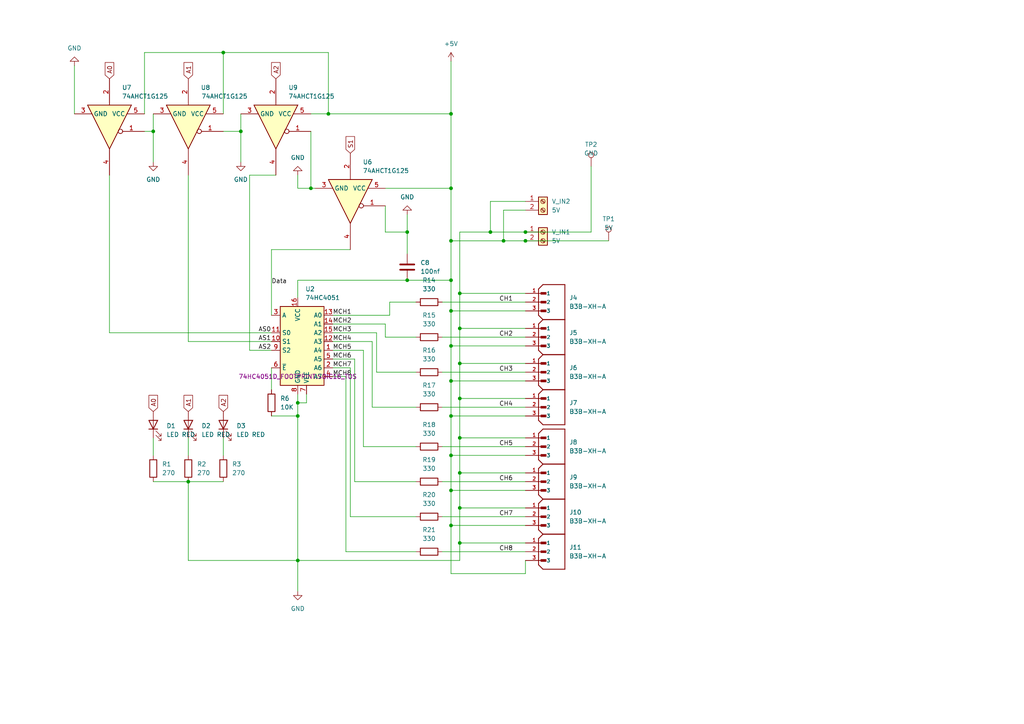
<source format=kicad_sch>
(kicad_sch (version 20230121) (generator eeschema)
  (paper "A4")
  (lib_symbols
    (symbol "74xGxx:74AHCT1G125"
      (property "Reference" "U" (at -2.54 3.81 0))
      (property "Value" "74AHCT1G125" (at 0 -3.81 0))
      (symbol "74AHCT1G125_0_1"
        (polyline (pts (xy -7.62 6.35) (xy -7.62 -6.35) (xy 5.08 0) (xy -7.62 6.35)) (stroke (width 0.254)) (fill (type background)))
      )
      (symbol "74AHCT1G125_1_1"
        (pin input inverted (at 0 10.16 270) (length 7.62) (name "~") (number "1"))
        (pin input line (at -15.24 0 0) (length 7.62) (name "~") (number "2"))
        (pin power_in line (at -5.08 -10.16 90) (length 5.08) (name "GND") (number "3"))
        (pin tri_state line (at 12.7 0 180) (length 7.62) (name "~") (number "4"))
        (pin power_in line (at -5.08 10.16 270) (length 5.08) (name "VCC") (number "5"))
      )
    )
    (symbol "74xx:74HC4051"
      (property "Reference" "U" (at -5.08 11.43 0))
      (property "Value" "74HC4051" (at -7.62 -13.97 0))
      (symbol "74HC4051_0_1"
        (rectangle (start -5.08 10.16) (end 7.62 -12.7) (stroke (width 0.254)) (fill (type background)))
      )
      (symbol "74HC4051_1_1"
        (pin passive line (at 10.16 -2.54 180) (length 2.54) (name "A4") (number "1"))
        (pin input line (at -7.62 0 0) (length 2.54) (name "S1") (number "10"))
        (pin input line (at -7.62 2.54 0) (length 2.54) (name "S0") (number "11"))
        (pin passive line (at 10.16 0 180) (length 2.54) (name "A3") (number "12"))
        (pin passive line (at 10.16 7.62 180) (length 2.54) (name "A0") (number "13"))
        (pin passive line (at 10.16 5.08 180) (length 2.54) (name "A1") (number "14"))
        (pin passive line (at 10.16 2.54 180) (length 2.54) (name "A2") (number "15"))
        (pin power_in line (at 0 12.7 270) (length 2.54) (name "VCC") (number "16"))
        (pin passive line (at 10.16 -7.62 180) (length 2.54) (name "A6") (number "2"))
        (pin passive line (at -7.62 7.62 0) (length 2.54) (name "A") (number "3"))
        (pin passive line (at 10.16 -10.16 180) (length 2.54) (name "A7") (number "4"))
        (pin passive line (at 10.16 -5.08 180) (length 2.54) (name "A5") (number "5"))
        (pin input line (at -7.62 -7.62 0) (length 2.54) (name "~{E}") (number "6"))
        (pin power_in line (at 2.54 -15.24 90) (length 2.54) (name "VEE") (number "7"))
        (pin power_in line (at 0 -15.24 90) (length 2.54) (name "GND") (number "8"))
        (pin input line (at -7.62 -2.54 0) (length 2.54) (name "S2") (number "9"))
      )
    )
    (symbol "Connector:B3B-XH-A" (pin_names (offset 1.016))
      (property "Reference" "J" (at -2.54 6.35 0))
      (property "Value" "B3B-XH-A" (at -2.54 -7.62 0))
      (symbol "B3B-XH-A_0_0"
        (rectangle (start -3.175 -2.8575) (end -1.5875 -2.2225) (stroke (width 0.1)) (fill (type outline)))
        (rectangle (start -3.175 -0.3175) (end -1.5875 0.3175) (stroke (width 0.1)) (fill (type outline)))
        (rectangle (start -3.175 2.2225) (end -1.5875 2.8575) (stroke (width 0.1)) (fill (type outline)))
        (polyline (pts (xy -3.81 -3.81) (xy -2.54 -5.08)) (stroke (width 0.254)))
        (polyline (pts (xy -3.81 3.81) (xy -3.81 -3.81)) (stroke (width 0.254)))
        (polyline (pts (xy -3.81 3.81) (xy -2.54 5.08)) (stroke (width 0.254)))
        (polyline (pts (xy -2.54 -5.08) (xy 3.81 -5.08)) (stroke (width 0.254)))
        (polyline (pts (xy 3.81 -5.08) (xy 3.81 5.08)) (stroke (width 0.254)))
        (polyline (pts (xy 3.81 5.08) (xy -2.54 5.08)) (stroke (width 0.254)))
        (pin passive line (at -7.62 2.54 0) (length 5.08) (name "1") (number "1"))
        (pin passive line (at -7.62 0 0) (length 5.08) (name "2") (number "2"))
        (pin passive line (at -7.62 -2.54 0) (length 5.08) (name "3") (number "3"))
      )
    )
    (symbol "Connector:Screw_Terminal_01x02" (pin_names (offset 1.016) hide)
      (property "Reference" "J" (at 0 2.54 0))
      (property "Value" "Screw_Terminal_01x02" (at 0 -5.08 0))
      (symbol "Screw_Terminal_01x02_1_1"
        (rectangle (start -1.27 1.27) (end 1.27 -3.81) (stroke (width 0.254)) (fill (type background)))
        (circle (center 0 -2.54) (radius 0.635) (stroke (width 0.1524)))
        (polyline (pts (xy -0.5334 -2.2098) (xy 0.3302 -3.048)) (stroke (width 0.1524)))
        (polyline (pts (xy -0.5334 0.3302) (xy 0.3302 -0.508)) (stroke (width 0.1524)))
        (polyline (pts (xy -0.3556 -2.032) (xy 0.508 -2.8702)) (stroke (width 0.1524)))
        (polyline (pts (xy -0.3556 0.508) (xy 0.508 -0.3302)) (stroke (width 0.1524)))
        (circle (center 0 0) (radius 0.635) (stroke (width 0.1524)))
        (pin passive line (at -5.08 0 0) (length 3.81) (name "Pin_1") (number "1"))
        (pin passive line (at -5.08 -2.54 0) (length 3.81) (name "Pin_2") (number "2"))
      )
    )
    (symbol "Connector:TestPoint" (pin_numbers hide) (pin_names (offset 0.762) hide)
      (property "Reference" "TP" (at 0 6.858 0))
      (property "Value" "TestPoint" (at 0 5.08 0))
      (symbol "TestPoint_0_1"
        (circle (center 0 3.302) (radius 0.762))
      )
      (symbol "TestPoint_1_1"
        (pin passive line (at 0 0 90) (length 2.54) (name "1") (number "1"))
      )
    )
    (symbol "Device:C" (pin_numbers hide) (pin_names (offset 0.254))
      (property "Reference" "C" (at 0.635 2.54 0))
      (property "Value" "C" (at 0.635 -2.54 0))
      (symbol "C_0_1"
        (polyline (pts (xy -2.032 -0.762) (xy 2.032 -0.762)) (stroke (width 0.508)))
        (polyline (pts (xy -2.032 0.762) (xy 2.032 0.762)) (stroke (width 0.508)))
      )
      (symbol "C_1_1"
        (pin passive line (at 0 3.81 270) (length 2.794) (name "~") (number "1"))
        (pin passive line (at 0 -3.81 90) (length 2.794) (name "~") (number "2"))
      )
    )
    (symbol "Device:LED" (pin_numbers hide) (pin_names (offset 1.016) hide)
      (property "Reference" "D" (at 0 2.54 0))
      (property "Value" "LED" (at 0 -2.54 0))
      (symbol "LED_0_1"
        (polyline (pts (xy -1.27 -1.27) (xy -1.27 1.27)) (stroke (width 0.254)))
        (polyline (pts (xy -1.27 0) (xy 1.27 0)))
        (polyline (pts (xy 1.27 -1.27) (xy 1.27 1.27) (xy -1.27 0) (xy 1.27 -1.27)) (stroke (width 0.254)))
        (polyline (pts (xy -3.048 -0.762) (xy -4.572 -2.286) (xy -3.81 -2.286) (xy -4.572 -2.286) (xy -4.572 -1.524)))
        (polyline (pts (xy -1.778 -0.762) (xy -3.302 -2.286) (xy -2.54 -2.286) (xy -3.302 -2.286) (xy -3.302 -1.524)))
      )
      (symbol "LED_1_1"
        (pin passive line (at -3.81 0 0) (length 2.54) (name "K") (number "1"))
        (pin passive line (at 3.81 0 180) (length 2.54) (name "A") (number "2"))
      )
    )
    (symbol "Device:R" (pin_numbers hide) (pin_names (offset 0))
      (property "Reference" "R" (at 2.032 0 90))
      (property "Value" "R" (at 0 0 90))
      (symbol "R_0_1"
        (rectangle (start -1.016 -2.54) (end 1.016 2.54) (stroke (width 0.254)))
      )
      (symbol "R_1_1"
        (pin passive line (at 0 3.81 270) (length 1.27) (name "~") (number "1"))
        (pin passive line (at 0 -3.81 90) (length 1.27) (name "~") (number "2"))
      )
    )
    (symbol "power:+5V" (power) (pin_names (offset 0))
      (property "Value" "+5V" (at 0 3.556 0))
      (symbol "+5V_0_1"
        (polyline (pts (xy -0.762 1.27) (xy 0 2.54)))
        (polyline (pts (xy 0 0) (xy 0 2.54)))
        (polyline (pts (xy 0 2.54) (xy 0.762 1.27)))
      )
      (symbol "+5V_1_1"
        (pin power_in line (at 0 0 90) (length 0) hide (name "+5V") (number "1"))
      )
    )
    (symbol "power:GND" (power) (pin_names (offset 0))
      (property "Value" "GND" (at 0 -3.81 0))
      (symbol "GND_0_1"
        (polyline (pts (xy 0 0) (xy 0 -1.27) (xy 1.27 -1.27) (xy 0 -2.54) (xy -1.27 -1.27) (xy 0 -1.27)))
      )
      (symbol "GND_1_1"
        (pin power_in line (at 0 0 270) (length 0) hide (name "GND") (number "1"))
      )
    )
  )
  (junction (at 130.81 33.02))
  (junction (at 95.25 33.02))
  (junction (at 152.4 67.31))
  (junction (at 152.4 69.85))
  (junction (at 133.35 115.57))
  (junction (at 133.35 157.48))
  (junction (at 130.81 90.17))
  (junction (at 130.81 110.49))
  (junction (at 133.35 85.09))
  (junction (at 133.35 127))
  (junction (at 130.81 69.85))
  (junction (at 133.35 95.25))
  (junction (at 86.36 162.56))
  (junction (at 86.36 120.65))
  (junction (at 130.81 100.33))
  (junction (at 90.17 54.61))
  (junction (at 133.35 105.41))
  (junction (at 130.81 142.24))
  (junction (at 142.24 67.31))
  (junction (at 118.11 81.28))
  (junction (at 54.61 139.7))
  (junction (at 130.81 120.65))
  (junction (at 64.77 15.24))
  (junction (at 133.35 137.16))
  (junction (at 130.81 81.28))
  (junction (at 44.45 38.1))
  (junction (at 118.11 67.31))
  (junction (at 130.81 54.61))
  (junction (at 133.35 147.32))
  (junction (at 146.05 69.85))
  (junction (at 130.81 152.4))
  (junction (at 130.81 132.08))
  (junction (at 86.36 116.84))
  (junction (at 69.85 38.1))
  (wire (pts (xy 118.11 67.31) (xy 118.11 73.66)))
  (wire (pts (xy 133.35 137.16) (xy 133.35 147.32)))
  (wire (pts (xy 86.36 120.65) (xy 86.36 162.56)))
  (wire (pts (xy 113.03 91.44) (xy 113.03 87.63)))
  (wire (pts (xy 128.27 129.54) (xy 152.4 129.54)))
  (wire (pts (xy 130.81 142.24) (xy 130.81 152.4)))
  (wire (pts (xy 152.4 58.42) (xy 142.24 58.42)))
  (wire (pts (xy 64.77 15.24) (xy 64.77 33.02)))
  (wire (pts (xy 102.87 104.14) (xy 102.87 139.7)))
  (wire (pts (xy 86.36 81.28) (xy 118.11 81.28)))
  (wire (pts (xy 130.81 132.08) (xy 130.81 142.24)))
  (wire (pts (xy 54.61 127) (xy 54.61 132.08)))
  (wire (pts (xy 118.11 62.23) (xy 118.11 67.31)))
  (wire (pts (xy 54.61 99.06) (xy 78.74 99.06)))
  (wire (pts (xy 171.45 48.26) (xy 171.45 67.31)))
  (wire (pts (xy 130.81 69.85) (xy 130.81 81.28)))
  (wire (pts (xy 133.35 95.25) (xy 152.4 95.25)))
  (wire (pts (xy 130.81 90.17) (xy 152.4 90.17)))
  (wire (pts (xy 130.81 142.24) (xy 152.4 142.24)))
  (wire (pts (xy 91.44 54.61) (xy 90.17 54.61)))
  (wire (pts (xy 133.35 105.41) (xy 133.35 115.57)))
  (wire (pts (xy 133.35 147.32) (xy 133.35 157.48)))
  (wire (pts (xy 72.39 50.8) (xy 72.39 101.6)))
  (wire (pts (xy 69.85 33.02) (xy 69.85 38.1)))
  (wire (pts (xy 171.45 67.31) (xy 152.4 67.31)))
  (wire (pts (xy 130.81 17.78) (xy 130.81 33.02)))
  (wire (pts (xy 96.52 104.14) (xy 102.87 104.14)))
  (wire (pts (xy 41.91 38.1) (xy 44.45 38.1)))
  (wire (pts (xy 133.35 115.57) (xy 133.35 127)))
  (wire (pts (xy 109.22 107.95) (xy 120.65 107.95)))
  (wire (pts (xy 90.17 33.02) (xy 95.25 33.02)))
  (wire (pts (xy 130.81 81.28) (xy 130.81 90.17)))
  (wire (pts (xy 86.36 162.56) (xy 86.36 171.45)))
  (wire (pts (xy 109.22 96.52) (xy 109.22 107.95)))
  (wire (pts (xy 128.27 107.95) (xy 152.4 107.95)))
  (wire (pts (xy 86.36 54.61) (xy 86.36 50.8)))
  (wire (pts (xy 96.52 93.98) (xy 111.76 93.98)))
  (wire (pts (xy 113.03 87.63) (xy 120.65 87.63)))
  (wire (pts (xy 130.81 100.33) (xy 152.4 100.33)))
  (wire (pts (xy 41.91 15.24) (xy 64.77 15.24)))
  (wire (pts (xy 130.81 110.49) (xy 152.4 110.49)))
  (wire (pts (xy 54.61 50.8) (xy 54.61 99.06)))
  (wire (pts (xy 146.05 69.85) (xy 152.4 69.85)))
  (wire (pts (xy 152.4 67.31) (xy 142.24 67.31)))
  (wire (pts (xy 130.81 90.17) (xy 130.81 100.33)))
  (wire (pts (xy 78.74 120.65) (xy 86.36 120.65)))
  (wire (pts (xy 111.76 97.79) (xy 120.65 97.79)))
  (wire (pts (xy 88.9 114.3) (xy 88.9 116.84)))
  (wire (pts (xy 107.95 99.06) (xy 107.95 118.11)))
  (wire (pts (xy 133.35 85.09) (xy 152.4 85.09)))
  (wire (pts (xy 21.59 19.05) (xy 21.59 33.02)))
  (wire (pts (xy 130.81 166.37) (xy 152.4 166.37)))
  (wire (pts (xy 86.36 81.28) (xy 86.36 86.36)))
  (wire (pts (xy 31.75 50.8) (xy 31.75 96.52)))
  (wire (pts (xy 78.74 72.39) (xy 78.74 91.44)))
  (wire (pts (xy 133.35 67.31) (xy 133.35 85.09)))
  (wire (pts (xy 130.81 110.49) (xy 130.81 120.65)))
  (wire (pts (xy 44.45 127) (xy 44.45 132.08)))
  (wire (pts (xy 64.77 38.1) (xy 69.85 38.1)))
  (wire (pts (xy 133.35 157.48) (xy 152.4 157.48)))
  (wire (pts (xy 118.11 81.28) (xy 130.81 81.28)))
  (wire (pts (xy 133.35 137.16) (xy 152.4 137.16)))
  (wire (pts (xy 54.61 139.7) (xy 64.77 139.7)))
  (wire (pts (xy 111.76 93.98) (xy 111.76 97.79)))
  (wire (pts (xy 130.81 152.4) (xy 130.81 166.37)))
  (wire (pts (xy 128.27 118.11) (xy 152.4 118.11)))
  (wire (pts (xy 64.77 15.24) (xy 95.25 15.24)))
  (wire (pts (xy 130.81 33.02) (xy 130.81 54.61)))
  (wire (pts (xy 54.61 162.56) (xy 86.36 162.56)))
  (wire (pts (xy 133.35 95.25) (xy 133.35 105.41)))
  (wire (pts (xy 105.41 101.6) (xy 105.41 129.54)))
  (wire (pts (xy 69.85 38.1) (xy 69.85 46.99)))
  (wire (pts (xy 86.36 114.3) (xy 86.36 116.84)))
  (wire (pts (xy 96.52 91.44) (xy 113.03 91.44)))
  (wire (pts (xy 96.52 106.68) (xy 101.6 106.68)))
  (wire (pts (xy 78.74 101.6) (xy 72.39 101.6)))
  (wire (pts (xy 41.91 33.02) (xy 41.91 15.24)))
  (wire (pts (xy 152.4 60.96) (xy 146.05 60.96)))
  (wire (pts (xy 64.77 127) (xy 64.77 132.08)))
  (wire (pts (xy 101.6 72.39) (xy 78.74 72.39)))
  (wire (pts (xy 130.81 120.65) (xy 130.81 132.08)))
  (wire (pts (xy 130.81 69.85) (xy 146.05 69.85)))
  (wire (pts (xy 72.39 50.8) (xy 80.01 50.8)))
  (wire (pts (xy 130.81 120.65) (xy 152.4 120.65)))
  (wire (pts (xy 152.4 69.85) (xy 176.53 69.85)))
  (wire (pts (xy 90.17 38.1) (xy 90.17 54.61)))
  (wire (pts (xy 146.05 60.96) (xy 146.05 69.85)))
  (wire (pts (xy 142.24 67.31) (xy 133.35 67.31)))
  (wire (pts (xy 86.36 162.56) (xy 133.35 162.56)))
  (wire (pts (xy 100.33 160.02) (xy 120.65 160.02)))
  (wire (pts (xy 44.45 38.1) (xy 44.45 46.99)))
  (wire (pts (xy 31.75 96.52) (xy 78.74 96.52)))
  (wire (pts (xy 133.35 105.41) (xy 152.4 105.41)))
  (wire (pts (xy 102.87 139.7) (xy 120.65 139.7)))
  (wire (pts (xy 90.17 54.61) (xy 86.36 54.61)))
  (wire (pts (xy 128.27 87.63) (xy 152.4 87.63)))
  (wire (pts (xy 100.33 109.22) (xy 100.33 160.02)))
  (wire (pts (xy 130.81 100.33) (xy 130.81 110.49)))
  (wire (pts (xy 105.41 129.54) (xy 120.65 129.54)))
  (wire (pts (xy 133.35 147.32) (xy 152.4 147.32)))
  (wire (pts (xy 54.61 139.7) (xy 54.61 162.56)))
  (wire (pts (xy 130.81 132.08) (xy 152.4 132.08)))
  (wire (pts (xy 133.35 115.57) (xy 152.4 115.57)))
  (wire (pts (xy 111.76 54.61) (xy 130.81 54.61)))
  (wire (pts (xy 96.52 96.52) (xy 109.22 96.52)))
  (wire (pts (xy 44.45 139.7) (xy 54.61 139.7)))
  (wire (pts (xy 96.52 99.06) (xy 107.95 99.06)))
  (wire (pts (xy 133.35 85.09) (xy 133.35 95.25)))
  (wire (pts (xy 128.27 149.86) (xy 152.4 149.86)))
  (wire (pts (xy 107.95 118.11) (xy 120.65 118.11)))
  (wire (pts (xy 128.27 97.79) (xy 152.4 97.79)))
  (wire (pts (xy 95.25 15.24) (xy 95.25 33.02)))
  (wire (pts (xy 101.6 149.86) (xy 120.65 149.86)))
  (wire (pts (xy 142.24 58.42) (xy 142.24 67.31)))
  (wire (pts (xy 96.52 109.22) (xy 100.33 109.22)))
  (wire (pts (xy 133.35 127) (xy 133.35 137.16)))
  (wire (pts (xy 101.6 106.68) (xy 101.6 149.86)))
  (wire (pts (xy 130.81 54.61) (xy 130.81 69.85)))
  (wire (pts (xy 86.36 116.84) (xy 86.36 120.65)))
  (wire (pts (xy 128.27 160.02) (xy 152.4 160.02)))
  (wire (pts (xy 128.27 139.7) (xy 152.4 139.7)))
  (wire (pts (xy 78.74 106.68) (xy 78.74 113.03)))
  (wire (pts (xy 133.35 127) (xy 152.4 127)))
  (wire (pts (xy 111.76 67.31) (xy 118.11 67.31)))
  (wire (pts (xy 96.52 101.6) (xy 105.41 101.6)))
  (wire (pts (xy 133.35 157.48) (xy 133.35 162.56)))
  (wire (pts (xy 88.9 116.84) (xy 86.36 116.84)))
  (wire (pts (xy 95.25 33.02) (xy 130.81 33.02)))
  (wire (pts (xy 44.45 33.02) (xy 44.45 38.1)))
  (wire (pts (xy 130.81 152.4) (xy 152.4 152.4)))
  (wire (pts (xy 152.4 166.37) (xy 152.4 162.56)))
  (wire (pts (xy 111.76 59.69) (xy 111.76 67.31)))
  (label "CH8" (at 144.78 160.02 0))
  (label "AS2" (at 74.93 101.6 0))
  (label "AS1" (at 74.93 99.06 0))
  (label "MCH4" (at 96.52 99.06 0))
  (label "MCH7" (at 96.52 106.68 0))
  (label "AS0" (at 74.93 96.52 0))
  (label "MCH8" (at 96.52 109.22 0))
  (label "MCH2" (at 96.52 93.98 0))
  (label "CH5" (at 144.78 129.54 0))
  (label "CH4" (at 144.78 118.11 0))
  (label "CH2" (at 144.78 97.79 0))
  (label "MCH6" (at 96.52 104.14 0))
  (label "CH7" (at 144.78 149.86 0))
  (label "MCH5" (at 96.52 101.6 0))
  (label "CH1" (at 144.78 87.63 0))
  (label "Data" (at 78.74 82.55 0))
  (label "CH3" (at 144.78 107.95 0))
  (label "MCH3" (at 96.52 96.52 0))
  (label "CH6" (at 144.78 139.7 0))
  (label "MCH1" (at 96.52 91.44 0))
  (global_label "A1" (shape input) (at 54.61 22.86 90) (property "Intersheetrefs" "${INTERSHEET_REFS}" (effects hide)))
  (global_label "A2" (shape input) (at 80.01 22.86 90) (property "Intersheetrefs" "${INTERSHEET_REFS}" (effects hide)))
  (global_label "A2" (shape input) (at 64.77 119.38 90) (property "Intersheetrefs" "${INTERSHEET_REFS}" (effects hide)))
  (global_label "A1" (shape input) (at 54.61 119.38 90) (property "Intersheetrefs" "${INTERSHEET_REFS}" (effects hide)))
  (global_label "S1" (shape input) (at 101.6 44.45 90) (property "Intersheetrefs" "${INTERSHEET_REFS}" (effects hide)))
  (global_label "A0" (shape input) (at 31.75 22.86 90) (property "Intersheetrefs" "${INTERSHEET_REFS}" (effects hide)))
  (global_label "A0" (shape input) (at 44.45 119.38 90) (property "Intersheetrefs" "${INTERSHEET_REFS}" (effects hide)))
  (symbol (lib_id "power:GND") (at 44.45 46.99 0) (unit 1)
    (property "Reference" "#PWR032" (effects hide))
    (property "Value" "GND" (at 44.45 52.07 0))
  )
  (symbol (lib_id "74xGxx:74AHCT1G125") (at 101.6 59.69 270) (unit 1)
    (property "Reference" "U6" (at 105.2261 46.99 90) (effects (justify left)))
    (property "Value" "74AHCT1G125" (at 105.2261 49.53 90) (effects (justify left)))
    (property "Footprint" "Package_TO_SOT_SMD:SOT-353_SC-70-5" (effects hide))
    (property "Datasheet" "http://www.ti.com/lit/sg/scyt129e/scyt129e.pdf" (effects hide))
  )
  (symbol (lib_id "Device:R") (at 64.77 135.89 0) (unit 1)
    (property "Reference" "R3" (at 67.31 134.62 0) (effects (justify left)))
    (property "Value" "270" (at 67.31 137.16 0) (effects (justify left)))
    (property "Footprint" "Resistor_SMD:R_0603_1608Metric" (effects hide))
  )
  (symbol (lib_id "Connector:Screw_Terminal_01x02") (at 157.48 58.42 0) (unit 1)
    (property "Reference" "V_IN2" (at 160.02 58.42 0) (effects (justify left)))
    (property "Value" "5V" (at 160.02 60.96 0) (effects (justify left)))
    (property "Footprint" "TerminalBlock:TerminalBlock_Altech_AK300-2_P5.00mm" (effects hide))
  )
  (symbol (lib_id "Device:LED") (at 54.61 123.19 90) (unit 1)
    (property "Reference" "D2" (at 58.42 123.5075 90) (effects (justify right)))
    (property "Value" "LED RED" (at 58.42 126.0475 90) (effects (justify right)))
    (property "Footprint" "LED_SMD:LED_0805_2012Metric" (effects hide))
  )
  (symbol (lib_id "Connector:B3B-XH-A") (at 160.02 87.63 0) (unit 1)
    (property "Reference" "J4" (at 165.1 86.36 0) (effects (justify left)))
    (property "Value" "B3B-XH-A" (at 165.1 88.9 0) (effects (justify left)))
    (property "Footprint" "Connector:JST_B3B-XH-A" (effects hide))
    (property "PARTREV" "7/4/21" (effects hide))
    (property "STANDARD" "Manufacturer Recommendations" (effects hide))
    (property "MAXIMUM_PACKAGE_HEIGHT" "7.00 mm" (effects hide))
    (property "MANUFACTURER" "JST Sales America Inc." (effects hide))
  )
  (symbol (lib_id "Connector:Screw_Terminal_01x02") (at 157.48 67.31 0) (unit 1)
    (property "Reference" "V_IN1" (at 160.02 67.31 0) (effects (justify left)))
    (property "Value" "5V" (at 160.02 69.85 0) (effects (justify left)))
    (property "Footprint" "TerminalBlock:TerminalBlock_Altech_AK300-2_P5.00mm" (effects hide))
  )
  (symbol (lib_id "74xx:74HC4051") (at 86.36 99.06 0) (unit 1)
    (property "Reference" "U2" (at 88.5541 83.82 0) (effects (justify left)))
    (property "Value" "74HC4051" (at 88.5541 86.36 0) (effects (justify left)))
    (property "Footprint" "74HC4051D_FOOTPRINT:SOIC16_TOS" (at 86.36 109.22 0))
    (property "Datasheet" "http://www.ti.com/lit/ds/symlink/cd74hc4051.pdf" (effects hide))
  )
  (symbol (lib_id "Device:R") (at 124.46 87.63 90) (unit 1)
    (property "Reference" "R14" (at 124.46 81.28 90))
    (property "Value" "330" (at 124.46 83.82 90))
    (property "Footprint" "Resistor_SMD:R_0603_1608Metric" (effects hide))
  )
  (symbol (lib_id "Device:R") (at 124.46 97.79 90) (unit 1)
    (property "Reference" "R15" (at 124.46 91.44 90))
    (property "Value" "330" (at 124.46 93.98 90))
    (property "Footprint" "Resistor_SMD:R_0603_1608Metric" (effects hide))
  )
  (symbol (lib_id "power:+5V") (at 130.81 17.78 0) (unit 1)
    (property "Reference" "#PWR01" (effects hide))
    (property "Value" "+5V" (at 130.81 12.7 0))
  )
  (symbol (lib_id "Connector:B3B-XH-A") (at 160.02 149.86 0) (unit 1)
    (property "Reference" "J10" (at 165.1 148.59 0) (effects (justify left)))
    (property "Value" "B3B-XH-A" (at 165.1 151.13 0) (effects (justify left)))
    (property "Footprint" "Connector:JST_B3B-XH-A" (effects hide))
    (property "PARTREV" "7/4/21" (effects hide))
    (property "STANDARD" "Manufacturer Recommendations" (effects hide))
    (property "MAXIMUM_PACKAGE_HEIGHT" "7.00 mm" (effects hide))
    (property "MANUFACTURER" "JST Sales America Inc." (effects hide))
  )
  (symbol (lib_id "Connector:B3B-XH-A") (at 160.02 160.02 0) (unit 1)
    (property "Reference" "J11" (at 165.1 158.75 0) (effects (justify left)))
    (property "Value" "B3B-XH-A" (at 165.1 161.29 0) (effects (justify left)))
    (property "Footprint" "Connector:JST_B3B-XH-A" (effects hide))
    (property "PARTREV" "7/4/21" (effects hide))
    (property "STANDARD" "Manufacturer Recommendations" (effects hide))
    (property "MAXIMUM_PACKAGE_HEIGHT" "7.00 mm" (effects hide))
    (property "MANUFACTURER" "JST Sales America Inc." (effects hide))
  )
  (symbol (lib_id "power:GND") (at 86.36 50.8 180) (unit 1)
    (property "Reference" "#PWR07" (effects hide))
    (property "Value" "GND" (at 86.36 45.72 0))
  )
  (symbol (lib_id "74xGxx:74AHCT1G125") (at 80.01 38.1 270) (unit 1)
    (property "Reference" "U9" (at 83.6361 25.4 90) (effects (justify left)))
    (property "Value" "74AHCT1G125" (at 83.6361 27.94 90) (effects (justify left)))
    (property "Footprint" "Package_TO_SOT_SMD:SOT-353_SC-70-5" (effects hide))
    (property "Datasheet" "http://www.ti.com/lit/sg/scyt129e/scyt129e.pdf" (effects hide))
  )
  (symbol (lib_id "Connector:B3B-XH-A") (at 160.02 97.79 0) (unit 1)
    (property "Reference" "J5" (at 165.1 96.52 0) (effects (justify left)))
    (property "Value" "B3B-XH-A" (at 165.1 99.06 0) (effects (justify left)))
    (property "Footprint" "Connector:JST_B3B-XH-A" (effects hide))
    (property "PARTREV" "7/4/21" (effects hide))
    (property "STANDARD" "Manufacturer Recommendations" (effects hide))
    (property "MAXIMUM_PACKAGE_HEIGHT" "7.00 mm" (effects hide))
    (property "MANUFACTURER" "JST Sales America Inc." (effects hide))
  )
  (symbol (lib_id "74xGxx:74AHCT1G125") (at 31.75 38.1 270) (unit 1)
    (property "Reference" "U7" (at 35.3761 25.4 90) (effects (justify left)))
    (property "Value" "74AHCT1G125" (at 35.3761 27.94 90) (effects (justify left)))
    (property "Footprint" "Package_TO_SOT_SMD:SOT-353_SC-70-5" (effects hide))
    (property "Datasheet" "http://www.ti.com/lit/sg/scyt129e/scyt129e.pdf" (effects hide))
  )
  (symbol (lib_id "Device:R") (at 124.46 149.86 90) (unit 1)
    (property "Reference" "R20" (at 124.46 143.51 90))
    (property "Value" "330" (at 124.46 146.05 90))
    (property "Footprint" "Resistor_SMD:R_0603_1608Metric" (effects hide))
  )
  (symbol (lib_id "Device:C") (at 118.11 77.47 0) (unit 1)
    (property "Reference" "C8" (at 121.92 76.2 0) (effects (justify left)))
    (property "Value" "100nf" (at 121.92 78.74 0) (effects (justify left)))
    (property "Footprint" "Resistor_SMD:R_0603_1608Metric" (effects hide))
  )
  (symbol (lib_id "Connector:TestPoint") (at 176.53 69.85 0) (unit 1)
    (property "Reference" "TP1" (at 176.53 63.5 0))
    (property "Value" "5V" (at 176.53 66.04 0))
    (property "Footprint" "TestPoint:TestPoint_Pad_1.0x1.0mm" (effects hide))
  )
  (symbol (lib_id "Connector:TestPoint") (at 171.45 48.26 0) (unit 1)
    (property "Reference" "TP2" (at 171.45 41.91 0))
    (property "Value" "GND" (at 171.45 44.45 0))
    (property "Footprint" "TestPoint:TestPoint_Pad_1.0x1.0mm" (effects hide))
  )
  (symbol (lib_id "Device:R") (at 124.46 139.7 90) (unit 1)
    (property "Reference" "R19" (at 124.46 133.35 90))
    (property "Value" "330" (at 124.46 135.89 90))
    (property "Footprint" "Resistor_SMD:R_0603_1608Metric" (effects hide))
  )
  (symbol (lib_id "Connector:B3B-XH-A") (at 160.02 118.11 0) (unit 1)
    (property "Reference" "J7" (at 165.1 116.84 0) (effects (justify left)))
    (property "Value" "B3B-XH-A" (at 165.1 119.38 0) (effects (justify left)))
    (property "Footprint" "Connector:JST_B3B-XH-A" (effects hide))
    (property "PARTREV" "7/4/21" (effects hide))
    (property "STANDARD" "Manufacturer Recommendations" (effects hide))
    (property "MAXIMUM_PACKAGE_HEIGHT" "7.00 mm" (effects hide))
    (property "MANUFACTURER" "JST Sales America Inc." (effects hide))
  )
  (symbol (lib_id "Device:LED") (at 44.45 123.19 90) (unit 1)
    (property "Reference" "D1" (at 48.26 123.5075 90) (effects (justify right)))
    (property "Value" "LED RED" (at 48.26 126.0475 90) (effects (justify right)))
    (property "Footprint" "LED_SMD:LED_0805_2012Metric" (effects hide))
  )
  (symbol (lib_id "Device:R") (at 124.46 118.11 90) (unit 1)
    (property "Reference" "R17" (at 124.46 111.76 90))
    (property "Value" "330" (at 124.46 114.3 90))
    (property "Footprint" "Resistor_SMD:R_0603_1608Metric" (effects hide))
  )
  (symbol (lib_id "power:GND") (at 21.59 19.05 180) (unit 1)
    (property "Reference" "#PWR033" (effects hide))
    (property "Value" "GND" (at 21.59 13.97 0))
  )
  (symbol (lib_id "Device:LED") (at 64.77 123.19 90) (unit 1)
    (property "Reference" "D3" (at 68.58 123.5075 90) (effects (justify right)))
    (property "Value" "LED RED" (at 68.58 126.0475 90) (effects (justify right)))
    (property "Footprint" "LED_SMD:LED_0805_2012Metric" (effects hide))
  )
  (symbol (lib_id "Device:R") (at 78.74 116.84 0) (unit 1)
    (property "Reference" "R6" (at 81.28 115.57 0) (effects (justify left)))
    (property "Value" "10K" (at 81.28 118.11 0) (effects (justify left)))
    (property "Footprint" "Resistor_SMD:R_0603_1608Metric" (effects hide))
  )
  (symbol (lib_id "Connector:B3B-XH-A") (at 160.02 107.95 0) (unit 1)
    (property "Reference" "J6" (at 165.1 106.68 0) (effects (justify left)))
    (property "Value" "B3B-XH-A" (at 165.1 109.22 0) (effects (justify left)))
    (property "Footprint" "Connector:JST_B3B-XH-A" (effects hide))
    (property "PARTREV" "7/4/21" (effects hide))
    (property "STANDARD" "Manufacturer Recommendations" (effects hide))
    (property "MAXIMUM_PACKAGE_HEIGHT" "7.00 mm" (effects hide))
    (property "MANUFACTURER" "JST Sales America Inc." (effects hide))
  )
  (symbol (lib_id "Device:R") (at 44.45 135.89 0) (unit 1)
    (property "Reference" "R1" (at 46.99 134.62 0) (effects (justify left)))
    (property "Value" "270" (at 46.99 137.16 0) (effects (justify left)))
    (property "Footprint" "Resistor_SMD:R_0603_1608Metric" (effects hide))
  )
  (symbol (lib_id "power:GND") (at 69.85 46.99 0) (unit 1)
    (property "Reference" "#PWR031" (effects hide))
    (property "Value" "GND" (at 69.85 52.07 0))
  )
  (symbol (lib_id "power:GND") (at 118.11 62.23 180) (unit 1)
    (property "Reference" "#PWR021" (effects hide))
    (property "Value" "GND" (at 118.11 57.15 0))
  )
  (symbol (lib_id "Connector:B3B-XH-A") (at 160.02 129.54 0) (unit 1)
    (property "Reference" "J8" (at 165.1 128.27 0) (effects (justify left)))
    (property "Value" "B3B-XH-A" (at 165.1 130.81 0) (effects (justify left)))
    (property "Footprint" "Connector:JST_B3B-XH-A" (effects hide))
    (property "PARTREV" "7/4/21" (effects hide))
    (property "STANDARD" "Manufacturer Recommendations" (effects hide))
    (property "MAXIMUM_PACKAGE_HEIGHT" "7.00 mm" (effects hide))
    (property "MANUFACTURER" "JST Sales America Inc." (effects hide))
  )
  (symbol (lib_id "Connector:B3B-XH-A") (at 160.02 139.7 0) (unit 1)
    (property "Reference" "J9" (at 165.1 138.43 0) (effects (justify left)))
    (property "Value" "B3B-XH-A" (at 165.1 140.97 0) (effects (justify left)))
    (property "Footprint" "Connector:JST_B3B-XH-A" (effects hide))
    (property "PARTREV" "7/4/21" (effects hide))
    (property "STANDARD" "Manufacturer Recommendations" (effects hide))
    (property "MAXIMUM_PACKAGE_HEIGHT" "7.00 mm" (effects hide))
    (property "MANUFACTURER" "JST Sales America Inc." (effects hide))
  )
  (symbol (lib_id "Device:R") (at 54.61 135.89 0) (unit 1)
    (property "Reference" "R2" (at 57.15 134.62 0) (effects (justify left)))
    (property "Value" "270" (at 57.15 137.16 0) (effects (justify left)))
    (property "Footprint" "Resistor_SMD:R_0603_1608Metric" (effects hide))
  )
  (symbol (lib_id "Device:R") (at 124.46 160.02 90) (unit 1)
    (property "Reference" "R21" (at 124.46 153.67 90))
    (property "Value" "330" (at 124.46 156.21 90))
    (property "Footprint" "Resistor_SMD:R_0603_1608Metric" (effects hide))
  )
  (symbol (lib_id "power:GND") (at 86.36 171.45 0) (unit 1)
    (property "Reference" "#PWR02" (effects hide))
    (property "Value" "GND" (at 86.36 176.53 0))
  )
  (symbol (lib_id "Device:R") (at 124.46 107.95 90) (unit 1)
    (property "Reference" "R16" (at 124.46 101.6 90))
    (property "Value" "330" (at 124.46 104.14 90))
    (property "Footprint" "Resistor_SMD:R_0603_1608Metric" (effects hide))
  )
  (symbol (lib_id "Device:R") (at 124.46 129.54 90) (unit 1)
    (property "Reference" "R18" (at 124.46 123.19 90))
    (property "Value" "330" (at 124.46 125.73 90))
    (property "Footprint" "Resistor_SMD:R_0603_1608Metric" (effects hide))
  )
  (symbol (lib_id "74xGxx:74AHCT1G125") (at 54.61 38.1 270) (unit 1)
    (property "Reference" "U8" (at 58.2361 25.4 90) (effects (justify left)))
    (property "Value" "74AHCT1G125" (at 58.42 27.94 90) (effects (justify left)))
    (property "Footprint" "Package_TO_SOT_SMD:SOT-353_SC-70-5" (effects hide))
    (property "Datasheet" "http://www.ti.com/lit/sg/scyt129e/scyt129e.pdf" (effects hide))
  )
  (sheet (at -285.75 19.05) (size 165.1 119.38) (stroke (width 0.1524))
    (property "Sheetname" "Input_output" (at -285.75 18.3384 0) (effects (justify left bottom)))
    (property "Sheetfile" "untitled.kicad_sch" (at -285.75 139.0146 0) (effects (justify left top)))
  )
  (sheet (at -285.75 144.78) (size 165.1 116.84) (stroke (width 0.1524))
    (property "Sheetname" "Power" (at -285.75 144.0684 0) (effects (justify left bottom)))
    (property "Sheetfile" "power.kicad_sch" (at -285.75 262.2046 0) (effects (justify left top)))
  )
  (sheet (at -285.75 -121.92) (size 165.1 128.27) (stroke (width 0.1524))
    (property "Sheetname" "ESP32" (at -285.75 -122.6316 0) (effects (justify left bottom)))
    (property "Sheetfile" "esp32.kicad_sch" (at -285.75 6.9346 0) (effects (justify left top)))
  )
)
</source>
